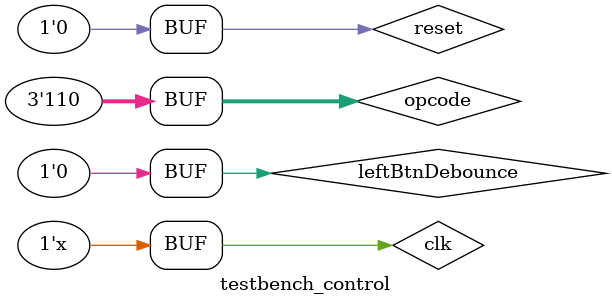
<source format=sv>
`timescale 1ns / 1ps


module testbench_control();
    logic clk, reset,leftBtnDebounce, rightBtnDebounce, wr_en;
    logic [2:0] opcode;
    logic isLoad, isStore, isAdd, isSubtract, D_rd, D_wr, isExternal, IR_ld, PC_ld;
    logic [1:0] ALUSel;
   
    Controller controller( clk, reset, leftBtnDebounce, rightBtnDebounce, opcode, isLoad, isStore, isAdd, isSubtract, D_rd, D_wr, isExternal, IR_ld, PC_ld, ALUSel, wr_en );
    
    initial 
        clk = 1;
    always 
        begin
        #10;               
        clk = ~clk;        
        end  
    
    initial begin
    reset = 1;
    #10; reset = 0;
    #30; 
    opcode = 3'b000;
    leftBtnDebounce = 1;
    #10; leftBtnDebounce = 0;
    #10;
    opcode = 3'b001;
    leftBtnDebounce = 1;
    #10; leftBtnDebounce = 0; 
    #10;
    opcode = 3'b101;
    leftBtnDebounce = 1;
    #10; leftBtnDebounce = 0;
    #10;
    opcode = 3'b110;
    leftBtnDebounce = 1;
    #10; leftBtnDebounce = 0;
    end 
endmodule

</source>
